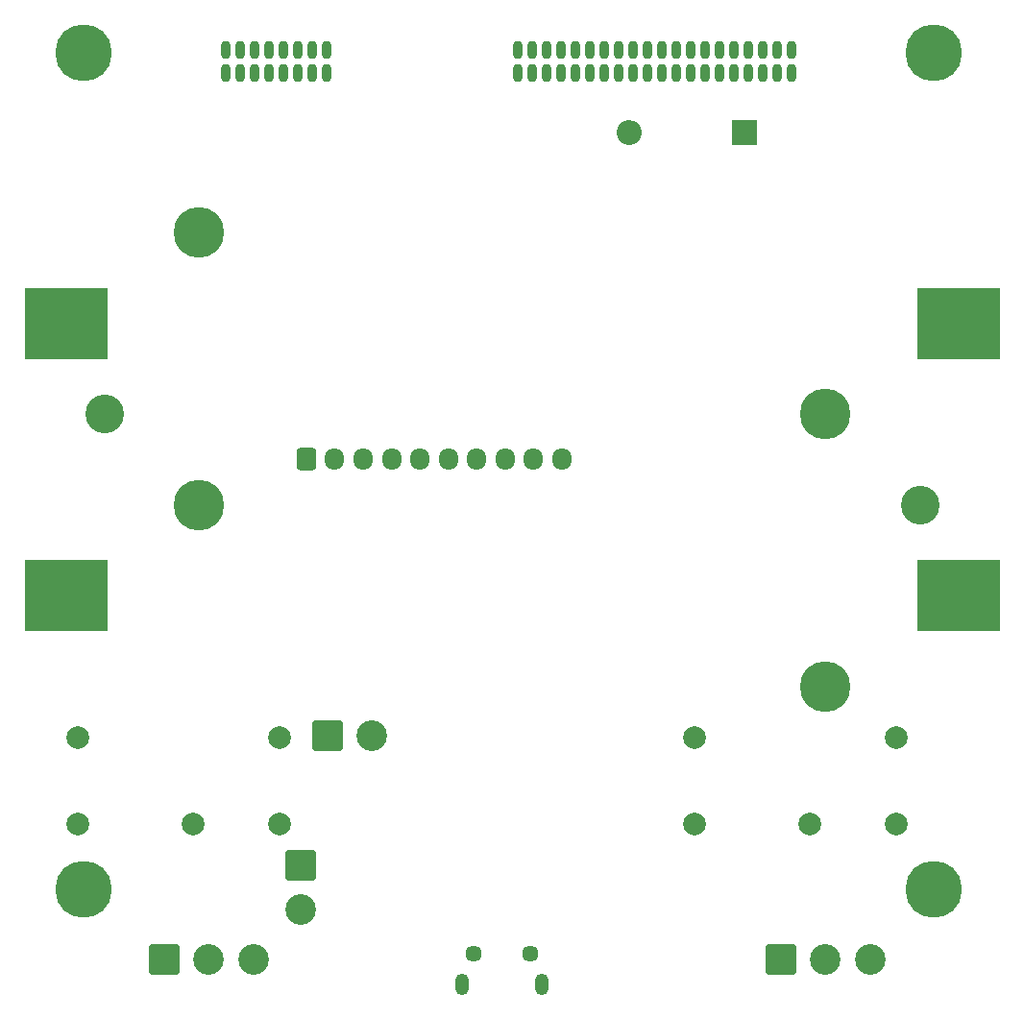
<source format=gbr>
%TF.GenerationSoftware,KiCad,Pcbnew,(6.0.2)*%
%TF.CreationDate,2023-01-13T18:58:57-08:00*%
%TF.ProjectId,ProvesXEPS,50726f76-6573-4584-9550-532e6b696361,rev?*%
%TF.SameCoordinates,Original*%
%TF.FileFunction,Soldermask,Bot*%
%TF.FilePolarity,Negative*%
%FSLAX46Y46*%
G04 Gerber Fmt 4.6, Leading zero omitted, Abs format (unit mm)*
G04 Created by KiCad (PCBNEW (6.0.2)) date 2023-01-13 18:58:57*
%MOMM*%
%LPD*%
G01*
G04 APERTURE LIST*
G04 Aperture macros list*
%AMRoundRect*
0 Rectangle with rounded corners*
0 $1 Rounding radius*
0 $2 $3 $4 $5 $6 $7 $8 $9 X,Y pos of 4 corners*
0 Add a 4 corners polygon primitive as box body*
4,1,4,$2,$3,$4,$5,$6,$7,$8,$9,$2,$3,0*
0 Add four circle primitives for the rounded corners*
1,1,$1+$1,$2,$3*
1,1,$1+$1,$4,$5*
1,1,$1+$1,$6,$7*
1,1,$1+$1,$8,$9*
0 Add four rect primitives between the rounded corners*
20,1,$1+$1,$2,$3,$4,$5,0*
20,1,$1+$1,$4,$5,$6,$7,0*
20,1,$1+$1,$6,$7,$8,$9,0*
20,1,$1+$1,$8,$9,$2,$3,0*%
G04 Aperture macros list end*
%ADD10RoundRect,0.250001X-1.099999X1.099999X-1.099999X-1.099999X1.099999X-1.099999X1.099999X1.099999X0*%
%ADD11C,2.700000*%
%ADD12O,0.877000X1.627000*%
%ADD13C,2.006600*%
%ADD14RoundRect,0.250000X-0.600000X-0.725000X0.600000X-0.725000X0.600000X0.725000X-0.600000X0.725000X0*%
%ADD15O,1.700000X1.950000*%
%ADD16R,2.200000X2.200000*%
%ADD17O,2.200000X2.200000*%
%ADD18C,5.000000*%
%ADD19RoundRect,0.250001X-1.099999X-1.099999X1.099999X-1.099999X1.099999X1.099999X-1.099999X1.099999X0*%
%ADD20C,1.450000*%
%ADD21O,1.200000X1.900000*%
%ADD22R,7.350000X6.350000*%
%ADD23C,4.466000*%
%ADD24C,3.406000*%
G04 APERTURE END LIST*
D10*
%TO.C,J6*%
X132250000Y-141250000D03*
D11*
X132250000Y-145210000D03*
%TD*%
D12*
%TO.C,J8*%
X125613854Y-71404591D03*
X125613854Y-69384591D03*
X126883854Y-71404591D03*
X126883854Y-69384591D03*
X128153854Y-71404591D03*
X128153854Y-69384591D03*
X129423854Y-71404591D03*
X129423854Y-69384591D03*
X130693854Y-71404591D03*
X130693854Y-69384591D03*
X131963854Y-71404591D03*
X131963854Y-69384591D03*
X133233854Y-71404591D03*
X133233854Y-69384591D03*
X134503854Y-71404591D03*
X134503854Y-69384591D03*
%TD*%
D13*
%TO.C,K2*%
X166922853Y-137599999D03*
X177082853Y-137599999D03*
X184702853Y-137599999D03*
X184702853Y-129979999D03*
X166922853Y-129979999D03*
%TD*%
D14*
%TO.C,J1*%
X132750001Y-105500000D03*
D15*
X135250001Y-105500000D03*
X137750001Y-105500000D03*
X140250001Y-105500000D03*
X142750001Y-105500000D03*
X145250001Y-105500000D03*
X147750001Y-105500000D03*
X150250001Y-105500000D03*
X152750001Y-105500000D03*
X155250001Y-105500000D03*
%TD*%
D16*
%TO.C,D2*%
X171379998Y-76652000D03*
D17*
X161219998Y-76652000D03*
%TD*%
D18*
%TO.C,*%
X113078853Y-143424591D03*
%TD*%
D19*
%TO.C,J2*%
X174540002Y-149549999D03*
D11*
X178500002Y-149549999D03*
X182460002Y-149549999D03*
%TD*%
D12*
%TO.C,J7*%
X151413852Y-71404590D03*
X151413852Y-69384590D03*
X152683852Y-71404590D03*
X152683852Y-69384590D03*
X153953852Y-71404590D03*
X153953852Y-69384590D03*
X155223852Y-71404590D03*
X155223852Y-69384590D03*
X156493852Y-71404590D03*
X156493852Y-69384590D03*
X157763852Y-71404590D03*
X157763852Y-69384590D03*
X159033852Y-71404590D03*
X159033852Y-69384590D03*
X160303852Y-71404590D03*
X160303852Y-69384590D03*
X161573852Y-71404590D03*
X161573852Y-69384590D03*
X162843852Y-71404590D03*
X162843852Y-69384590D03*
X164113852Y-71404590D03*
X164113852Y-69384590D03*
X165383852Y-71404590D03*
X165383852Y-69384590D03*
X166653852Y-71404590D03*
X166653852Y-69384590D03*
X167923852Y-71404590D03*
X167923852Y-69384590D03*
X169193852Y-71404590D03*
X169193852Y-69384590D03*
X170463852Y-71404590D03*
X170463852Y-69384590D03*
X171733852Y-71404590D03*
X171733852Y-69384590D03*
X173003852Y-71404590D03*
X173003852Y-69384590D03*
X174273852Y-71404590D03*
X174273852Y-69384590D03*
X175543852Y-71404590D03*
X175543852Y-69384590D03*
%TD*%
D18*
%TO.C,*%
X188078854Y-69624589D03*
%TD*%
D20*
%TO.C,J5*%
X147500000Y-149037500D03*
D21*
X146500000Y-151737500D03*
X153500000Y-151737500D03*
D20*
X152500000Y-149037500D03*
%TD*%
D19*
%TO.C,J4*%
X134575000Y-129825000D03*
D11*
X138535000Y-129825000D03*
%TD*%
D18*
%TO.C,*%
X113078853Y-69624591D03*
%TD*%
D19*
%TO.C,J3*%
X120183700Y-149550000D03*
D11*
X124143700Y-149550000D03*
X128103700Y-149550000D03*
%TD*%
D13*
%TO.C,K1*%
X112566550Y-137599999D03*
X122726550Y-137599999D03*
X130346550Y-137599999D03*
X130346550Y-129979999D03*
X112566550Y-129979999D03*
%TD*%
D18*
%TO.C,*%
X188078854Y-143424591D03*
%TD*%
D22*
%TO.C,U14*%
X111570000Y-117500000D03*
X190230000Y-117500000D03*
D23*
X123300000Y-109500000D03*
X178500000Y-125500000D03*
D24*
X186830000Y-109500000D03*
%TD*%
D22*
%TO.C,U11*%
X190230000Y-93500000D03*
X111570000Y-93500000D03*
D23*
X178500000Y-101500000D03*
X123300000Y-85500000D03*
D24*
X114970000Y-101500000D03*
%TD*%
M02*

</source>
